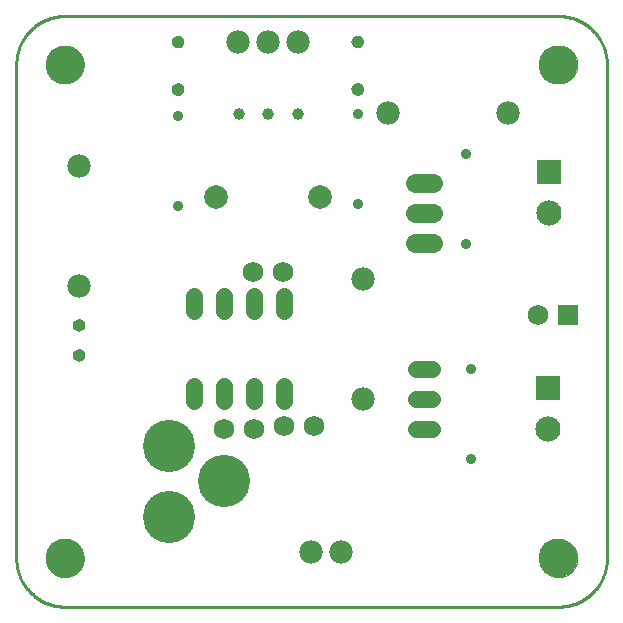
<source format=gts>
G75*
%MOIN*%
%OFA0B0*%
%FSLAX25Y25*%
%IPPOS*%
%LPD*%
%AMOC8*
5,1,8,0,0,1.08239X$1,22.5*
%
%ADD10C,0.01000*%
%ADD11C,0.06900*%
%ADD12C,0.03600*%
%ADD13C,0.05600*%
%ADD14C,0.00500*%
%ADD15C,0.06400*%
%ADD16C,0.07800*%
%ADD17C,0.07874*%
%ADD18C,0.03937*%
%ADD19R,0.06900X0.06900*%
%ADD20C,0.00000*%
%ADD21C,0.12998*%
%ADD22R,0.08400X0.08400*%
%ADD23C,0.08400*%
%ADD24C,0.17400*%
D10*
X0016067Y0027183D02*
X0016067Y0191750D01*
X0016072Y0192140D01*
X0016086Y0192530D01*
X0016109Y0192919D01*
X0016142Y0193308D01*
X0016185Y0193696D01*
X0016236Y0194082D01*
X0016297Y0194468D01*
X0016368Y0194851D01*
X0016447Y0195233D01*
X0016536Y0195613D01*
X0016634Y0195991D01*
X0016741Y0196366D01*
X0016857Y0196738D01*
X0016982Y0197108D01*
X0017116Y0197474D01*
X0017259Y0197837D01*
X0017410Y0198197D01*
X0017570Y0198552D01*
X0017739Y0198904D01*
X0017916Y0199252D01*
X0018101Y0199595D01*
X0018295Y0199933D01*
X0018497Y0200267D01*
X0018707Y0200596D01*
X0018924Y0200920D01*
X0019150Y0201238D01*
X0019383Y0201551D01*
X0019623Y0201858D01*
X0019871Y0202159D01*
X0020127Y0202454D01*
X0020389Y0202743D01*
X0020658Y0203025D01*
X0020934Y0203301D01*
X0021216Y0203570D01*
X0021505Y0203832D01*
X0021800Y0204088D01*
X0022101Y0204336D01*
X0022408Y0204576D01*
X0022721Y0204809D01*
X0023039Y0205035D01*
X0023363Y0205252D01*
X0023692Y0205462D01*
X0024026Y0205664D01*
X0024364Y0205858D01*
X0024707Y0206043D01*
X0025055Y0206220D01*
X0025407Y0206389D01*
X0025762Y0206549D01*
X0026122Y0206700D01*
X0026485Y0206843D01*
X0026851Y0206977D01*
X0027221Y0207102D01*
X0027593Y0207218D01*
X0027968Y0207325D01*
X0028346Y0207423D01*
X0028726Y0207512D01*
X0029108Y0207591D01*
X0029491Y0207662D01*
X0029877Y0207723D01*
X0030263Y0207774D01*
X0030651Y0207817D01*
X0031040Y0207850D01*
X0031429Y0207873D01*
X0031819Y0207887D01*
X0032209Y0207892D01*
X0196776Y0207892D01*
X0197166Y0207887D01*
X0197556Y0207873D01*
X0197945Y0207850D01*
X0198334Y0207817D01*
X0198722Y0207774D01*
X0199108Y0207723D01*
X0199494Y0207662D01*
X0199877Y0207591D01*
X0200259Y0207512D01*
X0200639Y0207423D01*
X0201017Y0207325D01*
X0201392Y0207218D01*
X0201764Y0207102D01*
X0202134Y0206977D01*
X0202500Y0206843D01*
X0202863Y0206700D01*
X0203223Y0206549D01*
X0203578Y0206389D01*
X0203930Y0206220D01*
X0204278Y0206043D01*
X0204621Y0205858D01*
X0204959Y0205664D01*
X0205293Y0205462D01*
X0205622Y0205252D01*
X0205946Y0205035D01*
X0206264Y0204809D01*
X0206577Y0204576D01*
X0206884Y0204336D01*
X0207185Y0204088D01*
X0207480Y0203832D01*
X0207769Y0203570D01*
X0208051Y0203301D01*
X0208327Y0203025D01*
X0208596Y0202743D01*
X0208858Y0202454D01*
X0209114Y0202159D01*
X0209362Y0201858D01*
X0209602Y0201551D01*
X0209835Y0201238D01*
X0210061Y0200920D01*
X0210278Y0200596D01*
X0210488Y0200267D01*
X0210690Y0199933D01*
X0210884Y0199595D01*
X0211069Y0199252D01*
X0211246Y0198904D01*
X0211415Y0198552D01*
X0211575Y0198197D01*
X0211726Y0197837D01*
X0211869Y0197474D01*
X0212003Y0197108D01*
X0212128Y0196738D01*
X0212244Y0196366D01*
X0212351Y0195991D01*
X0212449Y0195613D01*
X0212538Y0195233D01*
X0212617Y0194851D01*
X0212688Y0194468D01*
X0212749Y0194082D01*
X0212800Y0193696D01*
X0212843Y0193308D01*
X0212876Y0192919D01*
X0212899Y0192530D01*
X0212913Y0192140D01*
X0212918Y0191750D01*
X0212917Y0191750D02*
X0212917Y0027183D01*
X0212918Y0027183D02*
X0212913Y0026793D01*
X0212899Y0026403D01*
X0212876Y0026014D01*
X0212843Y0025625D01*
X0212800Y0025237D01*
X0212749Y0024851D01*
X0212688Y0024465D01*
X0212617Y0024082D01*
X0212538Y0023700D01*
X0212449Y0023320D01*
X0212351Y0022942D01*
X0212244Y0022567D01*
X0212128Y0022195D01*
X0212003Y0021825D01*
X0211869Y0021459D01*
X0211726Y0021096D01*
X0211575Y0020736D01*
X0211415Y0020381D01*
X0211246Y0020029D01*
X0211069Y0019681D01*
X0210884Y0019338D01*
X0210690Y0019000D01*
X0210488Y0018666D01*
X0210278Y0018337D01*
X0210061Y0018013D01*
X0209835Y0017695D01*
X0209602Y0017382D01*
X0209362Y0017075D01*
X0209114Y0016774D01*
X0208858Y0016479D01*
X0208596Y0016190D01*
X0208327Y0015908D01*
X0208051Y0015632D01*
X0207769Y0015363D01*
X0207480Y0015101D01*
X0207185Y0014845D01*
X0206884Y0014597D01*
X0206577Y0014357D01*
X0206264Y0014124D01*
X0205946Y0013898D01*
X0205622Y0013681D01*
X0205293Y0013471D01*
X0204959Y0013269D01*
X0204621Y0013075D01*
X0204278Y0012890D01*
X0203930Y0012713D01*
X0203578Y0012544D01*
X0203223Y0012384D01*
X0202863Y0012233D01*
X0202500Y0012090D01*
X0202134Y0011956D01*
X0201764Y0011831D01*
X0201392Y0011715D01*
X0201017Y0011608D01*
X0200639Y0011510D01*
X0200259Y0011421D01*
X0199877Y0011342D01*
X0199494Y0011271D01*
X0199108Y0011210D01*
X0198722Y0011159D01*
X0198334Y0011116D01*
X0197945Y0011083D01*
X0197556Y0011060D01*
X0197166Y0011046D01*
X0196776Y0011041D01*
X0032209Y0011041D01*
X0031819Y0011046D01*
X0031429Y0011060D01*
X0031040Y0011083D01*
X0030651Y0011116D01*
X0030263Y0011159D01*
X0029877Y0011210D01*
X0029491Y0011271D01*
X0029108Y0011342D01*
X0028726Y0011421D01*
X0028346Y0011510D01*
X0027968Y0011608D01*
X0027593Y0011715D01*
X0027221Y0011831D01*
X0026851Y0011956D01*
X0026485Y0012090D01*
X0026122Y0012233D01*
X0025762Y0012384D01*
X0025407Y0012544D01*
X0025055Y0012713D01*
X0024707Y0012890D01*
X0024364Y0013075D01*
X0024026Y0013269D01*
X0023692Y0013471D01*
X0023363Y0013681D01*
X0023039Y0013898D01*
X0022721Y0014124D01*
X0022408Y0014357D01*
X0022101Y0014597D01*
X0021800Y0014845D01*
X0021505Y0015101D01*
X0021216Y0015363D01*
X0020934Y0015632D01*
X0020658Y0015908D01*
X0020389Y0016190D01*
X0020127Y0016479D01*
X0019871Y0016774D01*
X0019623Y0017075D01*
X0019383Y0017382D01*
X0019150Y0017695D01*
X0018924Y0018013D01*
X0018707Y0018337D01*
X0018497Y0018666D01*
X0018295Y0019000D01*
X0018101Y0019338D01*
X0017916Y0019681D01*
X0017739Y0020029D01*
X0017570Y0020381D01*
X0017410Y0020736D01*
X0017259Y0021096D01*
X0017116Y0021459D01*
X0016982Y0021825D01*
X0016857Y0022195D01*
X0016741Y0022567D01*
X0016634Y0022942D01*
X0016536Y0023320D01*
X0016447Y0023700D01*
X0016368Y0024082D01*
X0016297Y0024465D01*
X0016236Y0024851D01*
X0016185Y0025237D01*
X0016142Y0025625D01*
X0016109Y0026014D01*
X0016086Y0026403D01*
X0016072Y0026793D01*
X0016067Y0027183D01*
D11*
X0085161Y0070293D03*
X0095161Y0070293D03*
X0105280Y0071278D03*
X0115280Y0071278D03*
X0105083Y0122656D03*
X0095083Y0122656D03*
X0189807Y0108286D03*
D12*
X0167642Y0090215D03*
X0167642Y0060215D03*
X0167642Y0060215D03*
X0166067Y0131868D03*
X0166067Y0131868D03*
X0166067Y0161868D03*
X0130043Y0175097D03*
X0130043Y0145097D03*
X0130043Y0145097D03*
X0069807Y0144467D03*
X0069807Y0174467D03*
X0069807Y0174467D03*
D13*
X0075201Y0114665D02*
X0075201Y0109465D01*
X0085201Y0109465D02*
X0085201Y0114665D01*
X0095201Y0114665D02*
X0095201Y0109465D01*
X0105201Y0109465D02*
X0105201Y0114665D01*
X0105201Y0084665D02*
X0105201Y0079465D01*
X0095201Y0079465D02*
X0095201Y0084665D01*
X0085201Y0084665D02*
X0085201Y0079465D01*
X0075201Y0079465D02*
X0075201Y0084665D01*
X0149333Y0080175D02*
X0154533Y0080175D01*
X0154533Y0070175D02*
X0149333Y0070175D01*
X0149333Y0090175D02*
X0154533Y0090175D01*
D14*
X0130306Y0181758D02*
X0129926Y0181706D01*
X0129526Y0181741D01*
X0129143Y0181865D01*
X0128797Y0182070D01*
X0128506Y0182347D01*
X0128284Y0182682D01*
X0128142Y0183058D01*
X0128087Y0183456D01*
X0128138Y0183849D01*
X0128275Y0184221D01*
X0128491Y0184553D01*
X0128776Y0184829D01*
X0129115Y0185034D01*
X0129492Y0185158D01*
X0129886Y0185196D01*
X0130270Y0185150D01*
X0130633Y0185019D01*
X0130959Y0184811D01*
X0131229Y0184535D01*
X0131432Y0184206D01*
X0131557Y0183841D01*
X0131596Y0183456D01*
X0131563Y0183075D01*
X0131445Y0182710D01*
X0131248Y0182381D01*
X0130984Y0182104D01*
X0130664Y0181893D01*
X0130306Y0181758D01*
X0130873Y0182031D02*
X0128863Y0182031D01*
X0128385Y0182529D02*
X0131337Y0182529D01*
X0131547Y0183028D02*
X0128153Y0183028D01*
X0128096Y0183526D02*
X0131589Y0183526D01*
X0131494Y0184025D02*
X0128202Y0184025D01*
X0128472Y0184523D02*
X0131237Y0184523D01*
X0130625Y0185022D02*
X0129096Y0185022D01*
X0129926Y0197506D02*
X0129526Y0197541D01*
X0129143Y0197665D01*
X0128797Y0197870D01*
X0128506Y0198147D01*
X0128284Y0198482D01*
X0128142Y0198858D01*
X0128087Y0199256D01*
X0128138Y0199649D01*
X0128275Y0200021D01*
X0128491Y0200353D01*
X0128776Y0200629D01*
X0129115Y0200834D01*
X0129492Y0200958D01*
X0129886Y0200996D01*
X0130270Y0200950D01*
X0130633Y0200819D01*
X0130959Y0200611D01*
X0131229Y0200335D01*
X0131432Y0200006D01*
X0131557Y0199641D01*
X0131596Y0199256D01*
X0131563Y0198875D01*
X0131445Y0198510D01*
X0131248Y0198181D01*
X0130984Y0197904D01*
X0130664Y0197693D01*
X0130306Y0197558D01*
X0129926Y0197506D01*
X0131059Y0197983D02*
X0128679Y0197983D01*
X0128284Y0198482D02*
X0131427Y0198482D01*
X0131572Y0198980D02*
X0128125Y0198980D01*
X0128115Y0199479D02*
X0131573Y0199479D01*
X0131442Y0199977D02*
X0128259Y0199977D01*
X0128618Y0200476D02*
X0131091Y0200476D01*
X0130067Y0200974D02*
X0129657Y0200974D01*
X0071754Y0199256D02*
X0071714Y0199641D01*
X0071590Y0200006D01*
X0071387Y0200335D01*
X0071116Y0200611D01*
X0070791Y0200819D01*
X0070427Y0200950D01*
X0070044Y0200996D01*
X0069649Y0200958D01*
X0069273Y0200834D01*
X0068934Y0200629D01*
X0068649Y0200353D01*
X0068432Y0200021D01*
X0068295Y0199649D01*
X0068244Y0199256D01*
X0068299Y0198858D01*
X0068441Y0198482D01*
X0068664Y0198147D01*
X0068955Y0197870D01*
X0069301Y0197665D01*
X0069683Y0197541D01*
X0070084Y0197506D01*
X0070463Y0197558D01*
X0070822Y0197693D01*
X0071141Y0197904D01*
X0071406Y0198181D01*
X0071602Y0198510D01*
X0071720Y0198875D01*
X0071754Y0199256D01*
X0071731Y0199479D02*
X0068273Y0199479D01*
X0068282Y0198980D02*
X0071729Y0198980D01*
X0071585Y0198482D02*
X0068442Y0198482D01*
X0068836Y0197983D02*
X0071217Y0197983D01*
X0071599Y0199977D02*
X0068416Y0199977D01*
X0068776Y0200476D02*
X0071249Y0200476D01*
X0070224Y0200974D02*
X0069814Y0200974D01*
X0070044Y0185196D02*
X0070427Y0185150D01*
X0070791Y0185019D01*
X0071116Y0184811D01*
X0071387Y0184535D01*
X0071590Y0184206D01*
X0071714Y0183841D01*
X0071754Y0183456D01*
X0071720Y0183075D01*
X0071602Y0182710D01*
X0071406Y0182381D01*
X0071141Y0182104D01*
X0070822Y0181893D01*
X0070463Y0181758D01*
X0070084Y0181706D01*
X0069683Y0181741D01*
X0069301Y0181865D01*
X0068955Y0182070D01*
X0068664Y0182347D01*
X0068441Y0182682D01*
X0068299Y0183058D01*
X0068244Y0183456D01*
X0068295Y0183849D01*
X0068432Y0184221D01*
X0068649Y0184553D01*
X0068934Y0184829D01*
X0069273Y0185034D01*
X0069649Y0185158D01*
X0070044Y0185196D01*
X0070783Y0185022D02*
X0069253Y0185022D01*
X0068629Y0184523D02*
X0071394Y0184523D01*
X0071651Y0184025D02*
X0068360Y0184025D01*
X0068253Y0183526D02*
X0071747Y0183526D01*
X0071705Y0183028D02*
X0068311Y0183028D01*
X0068543Y0182529D02*
X0071494Y0182529D01*
X0071030Y0182031D02*
X0069021Y0182031D01*
X0037676Y0106413D02*
X0037293Y0106536D01*
X0036893Y0106571D01*
X0036513Y0106519D01*
X0036154Y0106384D01*
X0035835Y0106173D01*
X0035571Y0105896D01*
X0035374Y0105567D01*
X0035256Y0105203D01*
X0035222Y0104821D01*
X0035262Y0104437D01*
X0035387Y0104071D01*
X0035590Y0103742D01*
X0035860Y0103467D01*
X0036186Y0103258D01*
X0036549Y0103128D01*
X0036933Y0103081D01*
X0037327Y0103119D01*
X0037703Y0103243D01*
X0038043Y0103449D01*
X0038328Y0103724D01*
X0038544Y0104056D01*
X0038681Y0104428D01*
X0038732Y0104821D01*
X0038677Y0105219D01*
X0038535Y0105595D01*
X0038313Y0105930D01*
X0038021Y0106207D01*
X0037676Y0106413D01*
X0037938Y0106257D02*
X0035962Y0106257D01*
X0035489Y0105759D02*
X0038427Y0105759D01*
X0038662Y0105260D02*
X0035275Y0105260D01*
X0035229Y0104762D02*
X0038725Y0104762D01*
X0038620Y0104263D02*
X0035321Y0104263D01*
X0035576Y0103765D02*
X0038354Y0103765D01*
X0037741Y0103266D02*
X0036174Y0103266D01*
X0036893Y0096571D02*
X0036513Y0096519D01*
X0036154Y0096384D01*
X0035835Y0096173D01*
X0035571Y0095896D01*
X0035374Y0095567D01*
X0035256Y0095203D01*
X0035222Y0094821D01*
X0035262Y0094437D01*
X0035387Y0094071D01*
X0035590Y0093742D01*
X0035860Y0093467D01*
X0036186Y0093258D01*
X0036549Y0093128D01*
X0036933Y0093081D01*
X0037327Y0093119D01*
X0037703Y0093243D01*
X0038043Y0093449D01*
X0038328Y0093724D01*
X0038544Y0094056D01*
X0038681Y0094428D01*
X0038732Y0094821D01*
X0038677Y0095219D01*
X0038535Y0095595D01*
X0038313Y0095930D01*
X0038021Y0096207D01*
X0037676Y0096413D01*
X0037293Y0096536D01*
X0036893Y0096571D01*
X0036007Y0096287D02*
X0037888Y0096287D01*
X0038407Y0095788D02*
X0035506Y0095788D01*
X0035285Y0095290D02*
X0038651Y0095290D01*
X0038728Y0094791D02*
X0035226Y0094791D01*
X0035311Y0094293D02*
X0038631Y0094293D01*
X0038373Y0093794D02*
X0035557Y0093794D01*
X0036127Y0093296D02*
X0037790Y0093296D01*
D15*
X0149091Y0132419D02*
X0155091Y0132419D01*
X0155091Y0142419D02*
X0149091Y0142419D01*
X0149091Y0152419D02*
X0155091Y0152419D01*
D16*
X0139965Y0175490D03*
X0110083Y0199230D03*
X0100083Y0199230D03*
X0090083Y0199230D03*
X0037051Y0158010D03*
X0037051Y0118010D03*
X0131539Y0120215D03*
X0131539Y0080215D03*
X0124335Y0029152D03*
X0114335Y0029152D03*
X0179965Y0175490D03*
D17*
X0117327Y0147695D03*
X0082681Y0147695D03*
D18*
X0090161Y0175254D03*
X0100004Y0175254D03*
X0109846Y0175254D03*
D19*
X0199807Y0108286D03*
D20*
X0190477Y0027183D02*
X0190479Y0027341D01*
X0190485Y0027499D01*
X0190495Y0027657D01*
X0190509Y0027815D01*
X0190527Y0027972D01*
X0190548Y0028129D01*
X0190574Y0028285D01*
X0190604Y0028441D01*
X0190637Y0028596D01*
X0190675Y0028749D01*
X0190716Y0028902D01*
X0190761Y0029054D01*
X0190810Y0029205D01*
X0190863Y0029354D01*
X0190919Y0029502D01*
X0190979Y0029648D01*
X0191043Y0029793D01*
X0191111Y0029936D01*
X0191182Y0030078D01*
X0191256Y0030218D01*
X0191334Y0030355D01*
X0191416Y0030491D01*
X0191500Y0030625D01*
X0191589Y0030756D01*
X0191680Y0030885D01*
X0191775Y0031012D01*
X0191872Y0031137D01*
X0191973Y0031259D01*
X0192077Y0031378D01*
X0192184Y0031495D01*
X0192294Y0031609D01*
X0192407Y0031720D01*
X0192522Y0031829D01*
X0192640Y0031934D01*
X0192761Y0032036D01*
X0192884Y0032136D01*
X0193010Y0032232D01*
X0193138Y0032325D01*
X0193268Y0032415D01*
X0193401Y0032501D01*
X0193536Y0032585D01*
X0193672Y0032664D01*
X0193811Y0032741D01*
X0193952Y0032813D01*
X0194094Y0032883D01*
X0194238Y0032948D01*
X0194384Y0033010D01*
X0194531Y0033068D01*
X0194680Y0033123D01*
X0194830Y0033174D01*
X0194981Y0033221D01*
X0195133Y0033264D01*
X0195286Y0033303D01*
X0195441Y0033339D01*
X0195596Y0033370D01*
X0195752Y0033398D01*
X0195908Y0033422D01*
X0196065Y0033442D01*
X0196223Y0033458D01*
X0196380Y0033470D01*
X0196539Y0033478D01*
X0196697Y0033482D01*
X0196855Y0033482D01*
X0197013Y0033478D01*
X0197172Y0033470D01*
X0197329Y0033458D01*
X0197487Y0033442D01*
X0197644Y0033422D01*
X0197800Y0033398D01*
X0197956Y0033370D01*
X0198111Y0033339D01*
X0198266Y0033303D01*
X0198419Y0033264D01*
X0198571Y0033221D01*
X0198722Y0033174D01*
X0198872Y0033123D01*
X0199021Y0033068D01*
X0199168Y0033010D01*
X0199314Y0032948D01*
X0199458Y0032883D01*
X0199600Y0032813D01*
X0199741Y0032741D01*
X0199880Y0032664D01*
X0200016Y0032585D01*
X0200151Y0032501D01*
X0200284Y0032415D01*
X0200414Y0032325D01*
X0200542Y0032232D01*
X0200668Y0032136D01*
X0200791Y0032036D01*
X0200912Y0031934D01*
X0201030Y0031829D01*
X0201145Y0031720D01*
X0201258Y0031609D01*
X0201368Y0031495D01*
X0201475Y0031378D01*
X0201579Y0031259D01*
X0201680Y0031137D01*
X0201777Y0031012D01*
X0201872Y0030885D01*
X0201963Y0030756D01*
X0202052Y0030625D01*
X0202136Y0030491D01*
X0202218Y0030355D01*
X0202296Y0030218D01*
X0202370Y0030078D01*
X0202441Y0029936D01*
X0202509Y0029793D01*
X0202573Y0029648D01*
X0202633Y0029502D01*
X0202689Y0029354D01*
X0202742Y0029205D01*
X0202791Y0029054D01*
X0202836Y0028902D01*
X0202877Y0028749D01*
X0202915Y0028596D01*
X0202948Y0028441D01*
X0202978Y0028285D01*
X0203004Y0028129D01*
X0203025Y0027972D01*
X0203043Y0027815D01*
X0203057Y0027657D01*
X0203067Y0027499D01*
X0203073Y0027341D01*
X0203075Y0027183D01*
X0203073Y0027025D01*
X0203067Y0026867D01*
X0203057Y0026709D01*
X0203043Y0026551D01*
X0203025Y0026394D01*
X0203004Y0026237D01*
X0202978Y0026081D01*
X0202948Y0025925D01*
X0202915Y0025770D01*
X0202877Y0025617D01*
X0202836Y0025464D01*
X0202791Y0025312D01*
X0202742Y0025161D01*
X0202689Y0025012D01*
X0202633Y0024864D01*
X0202573Y0024718D01*
X0202509Y0024573D01*
X0202441Y0024430D01*
X0202370Y0024288D01*
X0202296Y0024148D01*
X0202218Y0024011D01*
X0202136Y0023875D01*
X0202052Y0023741D01*
X0201963Y0023610D01*
X0201872Y0023481D01*
X0201777Y0023354D01*
X0201680Y0023229D01*
X0201579Y0023107D01*
X0201475Y0022988D01*
X0201368Y0022871D01*
X0201258Y0022757D01*
X0201145Y0022646D01*
X0201030Y0022537D01*
X0200912Y0022432D01*
X0200791Y0022330D01*
X0200668Y0022230D01*
X0200542Y0022134D01*
X0200414Y0022041D01*
X0200284Y0021951D01*
X0200151Y0021865D01*
X0200016Y0021781D01*
X0199880Y0021702D01*
X0199741Y0021625D01*
X0199600Y0021553D01*
X0199458Y0021483D01*
X0199314Y0021418D01*
X0199168Y0021356D01*
X0199021Y0021298D01*
X0198872Y0021243D01*
X0198722Y0021192D01*
X0198571Y0021145D01*
X0198419Y0021102D01*
X0198266Y0021063D01*
X0198111Y0021027D01*
X0197956Y0020996D01*
X0197800Y0020968D01*
X0197644Y0020944D01*
X0197487Y0020924D01*
X0197329Y0020908D01*
X0197172Y0020896D01*
X0197013Y0020888D01*
X0196855Y0020884D01*
X0196697Y0020884D01*
X0196539Y0020888D01*
X0196380Y0020896D01*
X0196223Y0020908D01*
X0196065Y0020924D01*
X0195908Y0020944D01*
X0195752Y0020968D01*
X0195596Y0020996D01*
X0195441Y0021027D01*
X0195286Y0021063D01*
X0195133Y0021102D01*
X0194981Y0021145D01*
X0194830Y0021192D01*
X0194680Y0021243D01*
X0194531Y0021298D01*
X0194384Y0021356D01*
X0194238Y0021418D01*
X0194094Y0021483D01*
X0193952Y0021553D01*
X0193811Y0021625D01*
X0193672Y0021702D01*
X0193536Y0021781D01*
X0193401Y0021865D01*
X0193268Y0021951D01*
X0193138Y0022041D01*
X0193010Y0022134D01*
X0192884Y0022230D01*
X0192761Y0022330D01*
X0192640Y0022432D01*
X0192522Y0022537D01*
X0192407Y0022646D01*
X0192294Y0022757D01*
X0192184Y0022871D01*
X0192077Y0022988D01*
X0191973Y0023107D01*
X0191872Y0023229D01*
X0191775Y0023354D01*
X0191680Y0023481D01*
X0191589Y0023610D01*
X0191500Y0023741D01*
X0191416Y0023875D01*
X0191334Y0024011D01*
X0191256Y0024148D01*
X0191182Y0024288D01*
X0191111Y0024430D01*
X0191043Y0024573D01*
X0190979Y0024718D01*
X0190919Y0024864D01*
X0190863Y0025012D01*
X0190810Y0025161D01*
X0190761Y0025312D01*
X0190716Y0025464D01*
X0190675Y0025617D01*
X0190637Y0025770D01*
X0190604Y0025925D01*
X0190574Y0026081D01*
X0190548Y0026237D01*
X0190527Y0026394D01*
X0190509Y0026551D01*
X0190495Y0026709D01*
X0190485Y0026867D01*
X0190479Y0027025D01*
X0190477Y0027183D01*
X0025910Y0027183D02*
X0025912Y0027341D01*
X0025918Y0027499D01*
X0025928Y0027657D01*
X0025942Y0027815D01*
X0025960Y0027972D01*
X0025981Y0028129D01*
X0026007Y0028285D01*
X0026037Y0028441D01*
X0026070Y0028596D01*
X0026108Y0028749D01*
X0026149Y0028902D01*
X0026194Y0029054D01*
X0026243Y0029205D01*
X0026296Y0029354D01*
X0026352Y0029502D01*
X0026412Y0029648D01*
X0026476Y0029793D01*
X0026544Y0029936D01*
X0026615Y0030078D01*
X0026689Y0030218D01*
X0026767Y0030355D01*
X0026849Y0030491D01*
X0026933Y0030625D01*
X0027022Y0030756D01*
X0027113Y0030885D01*
X0027208Y0031012D01*
X0027305Y0031137D01*
X0027406Y0031259D01*
X0027510Y0031378D01*
X0027617Y0031495D01*
X0027727Y0031609D01*
X0027840Y0031720D01*
X0027955Y0031829D01*
X0028073Y0031934D01*
X0028194Y0032036D01*
X0028317Y0032136D01*
X0028443Y0032232D01*
X0028571Y0032325D01*
X0028701Y0032415D01*
X0028834Y0032501D01*
X0028969Y0032585D01*
X0029105Y0032664D01*
X0029244Y0032741D01*
X0029385Y0032813D01*
X0029527Y0032883D01*
X0029671Y0032948D01*
X0029817Y0033010D01*
X0029964Y0033068D01*
X0030113Y0033123D01*
X0030263Y0033174D01*
X0030414Y0033221D01*
X0030566Y0033264D01*
X0030719Y0033303D01*
X0030874Y0033339D01*
X0031029Y0033370D01*
X0031185Y0033398D01*
X0031341Y0033422D01*
X0031498Y0033442D01*
X0031656Y0033458D01*
X0031813Y0033470D01*
X0031972Y0033478D01*
X0032130Y0033482D01*
X0032288Y0033482D01*
X0032446Y0033478D01*
X0032605Y0033470D01*
X0032762Y0033458D01*
X0032920Y0033442D01*
X0033077Y0033422D01*
X0033233Y0033398D01*
X0033389Y0033370D01*
X0033544Y0033339D01*
X0033699Y0033303D01*
X0033852Y0033264D01*
X0034004Y0033221D01*
X0034155Y0033174D01*
X0034305Y0033123D01*
X0034454Y0033068D01*
X0034601Y0033010D01*
X0034747Y0032948D01*
X0034891Y0032883D01*
X0035033Y0032813D01*
X0035174Y0032741D01*
X0035313Y0032664D01*
X0035449Y0032585D01*
X0035584Y0032501D01*
X0035717Y0032415D01*
X0035847Y0032325D01*
X0035975Y0032232D01*
X0036101Y0032136D01*
X0036224Y0032036D01*
X0036345Y0031934D01*
X0036463Y0031829D01*
X0036578Y0031720D01*
X0036691Y0031609D01*
X0036801Y0031495D01*
X0036908Y0031378D01*
X0037012Y0031259D01*
X0037113Y0031137D01*
X0037210Y0031012D01*
X0037305Y0030885D01*
X0037396Y0030756D01*
X0037485Y0030625D01*
X0037569Y0030491D01*
X0037651Y0030355D01*
X0037729Y0030218D01*
X0037803Y0030078D01*
X0037874Y0029936D01*
X0037942Y0029793D01*
X0038006Y0029648D01*
X0038066Y0029502D01*
X0038122Y0029354D01*
X0038175Y0029205D01*
X0038224Y0029054D01*
X0038269Y0028902D01*
X0038310Y0028749D01*
X0038348Y0028596D01*
X0038381Y0028441D01*
X0038411Y0028285D01*
X0038437Y0028129D01*
X0038458Y0027972D01*
X0038476Y0027815D01*
X0038490Y0027657D01*
X0038500Y0027499D01*
X0038506Y0027341D01*
X0038508Y0027183D01*
X0038506Y0027025D01*
X0038500Y0026867D01*
X0038490Y0026709D01*
X0038476Y0026551D01*
X0038458Y0026394D01*
X0038437Y0026237D01*
X0038411Y0026081D01*
X0038381Y0025925D01*
X0038348Y0025770D01*
X0038310Y0025617D01*
X0038269Y0025464D01*
X0038224Y0025312D01*
X0038175Y0025161D01*
X0038122Y0025012D01*
X0038066Y0024864D01*
X0038006Y0024718D01*
X0037942Y0024573D01*
X0037874Y0024430D01*
X0037803Y0024288D01*
X0037729Y0024148D01*
X0037651Y0024011D01*
X0037569Y0023875D01*
X0037485Y0023741D01*
X0037396Y0023610D01*
X0037305Y0023481D01*
X0037210Y0023354D01*
X0037113Y0023229D01*
X0037012Y0023107D01*
X0036908Y0022988D01*
X0036801Y0022871D01*
X0036691Y0022757D01*
X0036578Y0022646D01*
X0036463Y0022537D01*
X0036345Y0022432D01*
X0036224Y0022330D01*
X0036101Y0022230D01*
X0035975Y0022134D01*
X0035847Y0022041D01*
X0035717Y0021951D01*
X0035584Y0021865D01*
X0035449Y0021781D01*
X0035313Y0021702D01*
X0035174Y0021625D01*
X0035033Y0021553D01*
X0034891Y0021483D01*
X0034747Y0021418D01*
X0034601Y0021356D01*
X0034454Y0021298D01*
X0034305Y0021243D01*
X0034155Y0021192D01*
X0034004Y0021145D01*
X0033852Y0021102D01*
X0033699Y0021063D01*
X0033544Y0021027D01*
X0033389Y0020996D01*
X0033233Y0020968D01*
X0033077Y0020944D01*
X0032920Y0020924D01*
X0032762Y0020908D01*
X0032605Y0020896D01*
X0032446Y0020888D01*
X0032288Y0020884D01*
X0032130Y0020884D01*
X0031972Y0020888D01*
X0031813Y0020896D01*
X0031656Y0020908D01*
X0031498Y0020924D01*
X0031341Y0020944D01*
X0031185Y0020968D01*
X0031029Y0020996D01*
X0030874Y0021027D01*
X0030719Y0021063D01*
X0030566Y0021102D01*
X0030414Y0021145D01*
X0030263Y0021192D01*
X0030113Y0021243D01*
X0029964Y0021298D01*
X0029817Y0021356D01*
X0029671Y0021418D01*
X0029527Y0021483D01*
X0029385Y0021553D01*
X0029244Y0021625D01*
X0029105Y0021702D01*
X0028969Y0021781D01*
X0028834Y0021865D01*
X0028701Y0021951D01*
X0028571Y0022041D01*
X0028443Y0022134D01*
X0028317Y0022230D01*
X0028194Y0022330D01*
X0028073Y0022432D01*
X0027955Y0022537D01*
X0027840Y0022646D01*
X0027727Y0022757D01*
X0027617Y0022871D01*
X0027510Y0022988D01*
X0027406Y0023107D01*
X0027305Y0023229D01*
X0027208Y0023354D01*
X0027113Y0023481D01*
X0027022Y0023610D01*
X0026933Y0023741D01*
X0026849Y0023875D01*
X0026767Y0024011D01*
X0026689Y0024148D01*
X0026615Y0024288D01*
X0026544Y0024430D01*
X0026476Y0024573D01*
X0026412Y0024718D01*
X0026352Y0024864D01*
X0026296Y0025012D01*
X0026243Y0025161D01*
X0026194Y0025312D01*
X0026149Y0025464D01*
X0026108Y0025617D01*
X0026070Y0025770D01*
X0026037Y0025925D01*
X0026007Y0026081D01*
X0025981Y0026237D01*
X0025960Y0026394D01*
X0025942Y0026551D01*
X0025928Y0026709D01*
X0025918Y0026867D01*
X0025912Y0027025D01*
X0025910Y0027183D01*
X0025910Y0191750D02*
X0025912Y0191908D01*
X0025918Y0192066D01*
X0025928Y0192224D01*
X0025942Y0192382D01*
X0025960Y0192539D01*
X0025981Y0192696D01*
X0026007Y0192852D01*
X0026037Y0193008D01*
X0026070Y0193163D01*
X0026108Y0193316D01*
X0026149Y0193469D01*
X0026194Y0193621D01*
X0026243Y0193772D01*
X0026296Y0193921D01*
X0026352Y0194069D01*
X0026412Y0194215D01*
X0026476Y0194360D01*
X0026544Y0194503D01*
X0026615Y0194645D01*
X0026689Y0194785D01*
X0026767Y0194922D01*
X0026849Y0195058D01*
X0026933Y0195192D01*
X0027022Y0195323D01*
X0027113Y0195452D01*
X0027208Y0195579D01*
X0027305Y0195704D01*
X0027406Y0195826D01*
X0027510Y0195945D01*
X0027617Y0196062D01*
X0027727Y0196176D01*
X0027840Y0196287D01*
X0027955Y0196396D01*
X0028073Y0196501D01*
X0028194Y0196603D01*
X0028317Y0196703D01*
X0028443Y0196799D01*
X0028571Y0196892D01*
X0028701Y0196982D01*
X0028834Y0197068D01*
X0028969Y0197152D01*
X0029105Y0197231D01*
X0029244Y0197308D01*
X0029385Y0197380D01*
X0029527Y0197450D01*
X0029671Y0197515D01*
X0029817Y0197577D01*
X0029964Y0197635D01*
X0030113Y0197690D01*
X0030263Y0197741D01*
X0030414Y0197788D01*
X0030566Y0197831D01*
X0030719Y0197870D01*
X0030874Y0197906D01*
X0031029Y0197937D01*
X0031185Y0197965D01*
X0031341Y0197989D01*
X0031498Y0198009D01*
X0031656Y0198025D01*
X0031813Y0198037D01*
X0031972Y0198045D01*
X0032130Y0198049D01*
X0032288Y0198049D01*
X0032446Y0198045D01*
X0032605Y0198037D01*
X0032762Y0198025D01*
X0032920Y0198009D01*
X0033077Y0197989D01*
X0033233Y0197965D01*
X0033389Y0197937D01*
X0033544Y0197906D01*
X0033699Y0197870D01*
X0033852Y0197831D01*
X0034004Y0197788D01*
X0034155Y0197741D01*
X0034305Y0197690D01*
X0034454Y0197635D01*
X0034601Y0197577D01*
X0034747Y0197515D01*
X0034891Y0197450D01*
X0035033Y0197380D01*
X0035174Y0197308D01*
X0035313Y0197231D01*
X0035449Y0197152D01*
X0035584Y0197068D01*
X0035717Y0196982D01*
X0035847Y0196892D01*
X0035975Y0196799D01*
X0036101Y0196703D01*
X0036224Y0196603D01*
X0036345Y0196501D01*
X0036463Y0196396D01*
X0036578Y0196287D01*
X0036691Y0196176D01*
X0036801Y0196062D01*
X0036908Y0195945D01*
X0037012Y0195826D01*
X0037113Y0195704D01*
X0037210Y0195579D01*
X0037305Y0195452D01*
X0037396Y0195323D01*
X0037485Y0195192D01*
X0037569Y0195058D01*
X0037651Y0194922D01*
X0037729Y0194785D01*
X0037803Y0194645D01*
X0037874Y0194503D01*
X0037942Y0194360D01*
X0038006Y0194215D01*
X0038066Y0194069D01*
X0038122Y0193921D01*
X0038175Y0193772D01*
X0038224Y0193621D01*
X0038269Y0193469D01*
X0038310Y0193316D01*
X0038348Y0193163D01*
X0038381Y0193008D01*
X0038411Y0192852D01*
X0038437Y0192696D01*
X0038458Y0192539D01*
X0038476Y0192382D01*
X0038490Y0192224D01*
X0038500Y0192066D01*
X0038506Y0191908D01*
X0038508Y0191750D01*
X0038506Y0191592D01*
X0038500Y0191434D01*
X0038490Y0191276D01*
X0038476Y0191118D01*
X0038458Y0190961D01*
X0038437Y0190804D01*
X0038411Y0190648D01*
X0038381Y0190492D01*
X0038348Y0190337D01*
X0038310Y0190184D01*
X0038269Y0190031D01*
X0038224Y0189879D01*
X0038175Y0189728D01*
X0038122Y0189579D01*
X0038066Y0189431D01*
X0038006Y0189285D01*
X0037942Y0189140D01*
X0037874Y0188997D01*
X0037803Y0188855D01*
X0037729Y0188715D01*
X0037651Y0188578D01*
X0037569Y0188442D01*
X0037485Y0188308D01*
X0037396Y0188177D01*
X0037305Y0188048D01*
X0037210Y0187921D01*
X0037113Y0187796D01*
X0037012Y0187674D01*
X0036908Y0187555D01*
X0036801Y0187438D01*
X0036691Y0187324D01*
X0036578Y0187213D01*
X0036463Y0187104D01*
X0036345Y0186999D01*
X0036224Y0186897D01*
X0036101Y0186797D01*
X0035975Y0186701D01*
X0035847Y0186608D01*
X0035717Y0186518D01*
X0035584Y0186432D01*
X0035449Y0186348D01*
X0035313Y0186269D01*
X0035174Y0186192D01*
X0035033Y0186120D01*
X0034891Y0186050D01*
X0034747Y0185985D01*
X0034601Y0185923D01*
X0034454Y0185865D01*
X0034305Y0185810D01*
X0034155Y0185759D01*
X0034004Y0185712D01*
X0033852Y0185669D01*
X0033699Y0185630D01*
X0033544Y0185594D01*
X0033389Y0185563D01*
X0033233Y0185535D01*
X0033077Y0185511D01*
X0032920Y0185491D01*
X0032762Y0185475D01*
X0032605Y0185463D01*
X0032446Y0185455D01*
X0032288Y0185451D01*
X0032130Y0185451D01*
X0031972Y0185455D01*
X0031813Y0185463D01*
X0031656Y0185475D01*
X0031498Y0185491D01*
X0031341Y0185511D01*
X0031185Y0185535D01*
X0031029Y0185563D01*
X0030874Y0185594D01*
X0030719Y0185630D01*
X0030566Y0185669D01*
X0030414Y0185712D01*
X0030263Y0185759D01*
X0030113Y0185810D01*
X0029964Y0185865D01*
X0029817Y0185923D01*
X0029671Y0185985D01*
X0029527Y0186050D01*
X0029385Y0186120D01*
X0029244Y0186192D01*
X0029105Y0186269D01*
X0028969Y0186348D01*
X0028834Y0186432D01*
X0028701Y0186518D01*
X0028571Y0186608D01*
X0028443Y0186701D01*
X0028317Y0186797D01*
X0028194Y0186897D01*
X0028073Y0186999D01*
X0027955Y0187104D01*
X0027840Y0187213D01*
X0027727Y0187324D01*
X0027617Y0187438D01*
X0027510Y0187555D01*
X0027406Y0187674D01*
X0027305Y0187796D01*
X0027208Y0187921D01*
X0027113Y0188048D01*
X0027022Y0188177D01*
X0026933Y0188308D01*
X0026849Y0188442D01*
X0026767Y0188578D01*
X0026689Y0188715D01*
X0026615Y0188855D01*
X0026544Y0188997D01*
X0026476Y0189140D01*
X0026412Y0189285D01*
X0026352Y0189431D01*
X0026296Y0189579D01*
X0026243Y0189728D01*
X0026194Y0189879D01*
X0026149Y0190031D01*
X0026108Y0190184D01*
X0026070Y0190337D01*
X0026037Y0190492D01*
X0026007Y0190648D01*
X0025981Y0190804D01*
X0025960Y0190961D01*
X0025942Y0191118D01*
X0025928Y0191276D01*
X0025918Y0191434D01*
X0025912Y0191592D01*
X0025910Y0191750D01*
X0190477Y0191750D02*
X0190479Y0191908D01*
X0190485Y0192066D01*
X0190495Y0192224D01*
X0190509Y0192382D01*
X0190527Y0192539D01*
X0190548Y0192696D01*
X0190574Y0192852D01*
X0190604Y0193008D01*
X0190637Y0193163D01*
X0190675Y0193316D01*
X0190716Y0193469D01*
X0190761Y0193621D01*
X0190810Y0193772D01*
X0190863Y0193921D01*
X0190919Y0194069D01*
X0190979Y0194215D01*
X0191043Y0194360D01*
X0191111Y0194503D01*
X0191182Y0194645D01*
X0191256Y0194785D01*
X0191334Y0194922D01*
X0191416Y0195058D01*
X0191500Y0195192D01*
X0191589Y0195323D01*
X0191680Y0195452D01*
X0191775Y0195579D01*
X0191872Y0195704D01*
X0191973Y0195826D01*
X0192077Y0195945D01*
X0192184Y0196062D01*
X0192294Y0196176D01*
X0192407Y0196287D01*
X0192522Y0196396D01*
X0192640Y0196501D01*
X0192761Y0196603D01*
X0192884Y0196703D01*
X0193010Y0196799D01*
X0193138Y0196892D01*
X0193268Y0196982D01*
X0193401Y0197068D01*
X0193536Y0197152D01*
X0193672Y0197231D01*
X0193811Y0197308D01*
X0193952Y0197380D01*
X0194094Y0197450D01*
X0194238Y0197515D01*
X0194384Y0197577D01*
X0194531Y0197635D01*
X0194680Y0197690D01*
X0194830Y0197741D01*
X0194981Y0197788D01*
X0195133Y0197831D01*
X0195286Y0197870D01*
X0195441Y0197906D01*
X0195596Y0197937D01*
X0195752Y0197965D01*
X0195908Y0197989D01*
X0196065Y0198009D01*
X0196223Y0198025D01*
X0196380Y0198037D01*
X0196539Y0198045D01*
X0196697Y0198049D01*
X0196855Y0198049D01*
X0197013Y0198045D01*
X0197172Y0198037D01*
X0197329Y0198025D01*
X0197487Y0198009D01*
X0197644Y0197989D01*
X0197800Y0197965D01*
X0197956Y0197937D01*
X0198111Y0197906D01*
X0198266Y0197870D01*
X0198419Y0197831D01*
X0198571Y0197788D01*
X0198722Y0197741D01*
X0198872Y0197690D01*
X0199021Y0197635D01*
X0199168Y0197577D01*
X0199314Y0197515D01*
X0199458Y0197450D01*
X0199600Y0197380D01*
X0199741Y0197308D01*
X0199880Y0197231D01*
X0200016Y0197152D01*
X0200151Y0197068D01*
X0200284Y0196982D01*
X0200414Y0196892D01*
X0200542Y0196799D01*
X0200668Y0196703D01*
X0200791Y0196603D01*
X0200912Y0196501D01*
X0201030Y0196396D01*
X0201145Y0196287D01*
X0201258Y0196176D01*
X0201368Y0196062D01*
X0201475Y0195945D01*
X0201579Y0195826D01*
X0201680Y0195704D01*
X0201777Y0195579D01*
X0201872Y0195452D01*
X0201963Y0195323D01*
X0202052Y0195192D01*
X0202136Y0195058D01*
X0202218Y0194922D01*
X0202296Y0194785D01*
X0202370Y0194645D01*
X0202441Y0194503D01*
X0202509Y0194360D01*
X0202573Y0194215D01*
X0202633Y0194069D01*
X0202689Y0193921D01*
X0202742Y0193772D01*
X0202791Y0193621D01*
X0202836Y0193469D01*
X0202877Y0193316D01*
X0202915Y0193163D01*
X0202948Y0193008D01*
X0202978Y0192852D01*
X0203004Y0192696D01*
X0203025Y0192539D01*
X0203043Y0192382D01*
X0203057Y0192224D01*
X0203067Y0192066D01*
X0203073Y0191908D01*
X0203075Y0191750D01*
X0203073Y0191592D01*
X0203067Y0191434D01*
X0203057Y0191276D01*
X0203043Y0191118D01*
X0203025Y0190961D01*
X0203004Y0190804D01*
X0202978Y0190648D01*
X0202948Y0190492D01*
X0202915Y0190337D01*
X0202877Y0190184D01*
X0202836Y0190031D01*
X0202791Y0189879D01*
X0202742Y0189728D01*
X0202689Y0189579D01*
X0202633Y0189431D01*
X0202573Y0189285D01*
X0202509Y0189140D01*
X0202441Y0188997D01*
X0202370Y0188855D01*
X0202296Y0188715D01*
X0202218Y0188578D01*
X0202136Y0188442D01*
X0202052Y0188308D01*
X0201963Y0188177D01*
X0201872Y0188048D01*
X0201777Y0187921D01*
X0201680Y0187796D01*
X0201579Y0187674D01*
X0201475Y0187555D01*
X0201368Y0187438D01*
X0201258Y0187324D01*
X0201145Y0187213D01*
X0201030Y0187104D01*
X0200912Y0186999D01*
X0200791Y0186897D01*
X0200668Y0186797D01*
X0200542Y0186701D01*
X0200414Y0186608D01*
X0200284Y0186518D01*
X0200151Y0186432D01*
X0200016Y0186348D01*
X0199880Y0186269D01*
X0199741Y0186192D01*
X0199600Y0186120D01*
X0199458Y0186050D01*
X0199314Y0185985D01*
X0199168Y0185923D01*
X0199021Y0185865D01*
X0198872Y0185810D01*
X0198722Y0185759D01*
X0198571Y0185712D01*
X0198419Y0185669D01*
X0198266Y0185630D01*
X0198111Y0185594D01*
X0197956Y0185563D01*
X0197800Y0185535D01*
X0197644Y0185511D01*
X0197487Y0185491D01*
X0197329Y0185475D01*
X0197172Y0185463D01*
X0197013Y0185455D01*
X0196855Y0185451D01*
X0196697Y0185451D01*
X0196539Y0185455D01*
X0196380Y0185463D01*
X0196223Y0185475D01*
X0196065Y0185491D01*
X0195908Y0185511D01*
X0195752Y0185535D01*
X0195596Y0185563D01*
X0195441Y0185594D01*
X0195286Y0185630D01*
X0195133Y0185669D01*
X0194981Y0185712D01*
X0194830Y0185759D01*
X0194680Y0185810D01*
X0194531Y0185865D01*
X0194384Y0185923D01*
X0194238Y0185985D01*
X0194094Y0186050D01*
X0193952Y0186120D01*
X0193811Y0186192D01*
X0193672Y0186269D01*
X0193536Y0186348D01*
X0193401Y0186432D01*
X0193268Y0186518D01*
X0193138Y0186608D01*
X0193010Y0186701D01*
X0192884Y0186797D01*
X0192761Y0186897D01*
X0192640Y0186999D01*
X0192522Y0187104D01*
X0192407Y0187213D01*
X0192294Y0187324D01*
X0192184Y0187438D01*
X0192077Y0187555D01*
X0191973Y0187674D01*
X0191872Y0187796D01*
X0191775Y0187921D01*
X0191680Y0188048D01*
X0191589Y0188177D01*
X0191500Y0188308D01*
X0191416Y0188442D01*
X0191334Y0188578D01*
X0191256Y0188715D01*
X0191182Y0188855D01*
X0191111Y0188997D01*
X0191043Y0189140D01*
X0190979Y0189285D01*
X0190919Y0189431D01*
X0190863Y0189579D01*
X0190810Y0189728D01*
X0190761Y0189879D01*
X0190716Y0190031D01*
X0190675Y0190184D01*
X0190637Y0190337D01*
X0190604Y0190492D01*
X0190574Y0190648D01*
X0190548Y0190804D01*
X0190527Y0190961D01*
X0190509Y0191118D01*
X0190495Y0191276D01*
X0190485Y0191434D01*
X0190479Y0191592D01*
X0190477Y0191750D01*
D21*
X0196776Y0191750D03*
X0032209Y0191750D03*
X0032209Y0027183D03*
X0196776Y0027183D03*
D22*
X0193232Y0083876D03*
X0193626Y0155923D03*
D23*
X0193626Y0142144D03*
X0193232Y0070097D03*
D24*
X0085358Y0052774D03*
X0066854Y0064585D03*
X0066854Y0040963D03*
M02*

</source>
